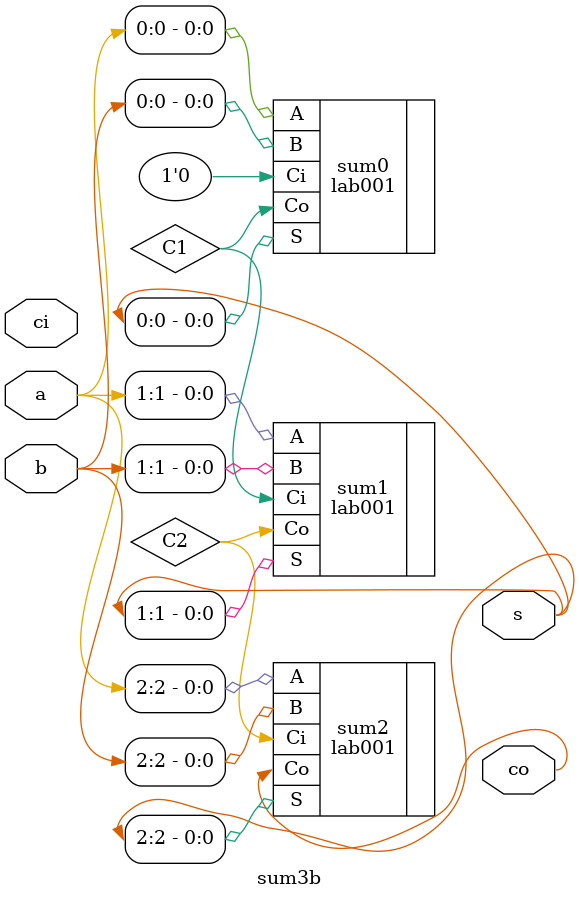
<source format=v>


module sum3b(a, b, ci, s, co);

input [2:0] a;
input [2:0] b;
input ci;
output [2:0] s;
output co;

wire C1, C2;

lab001 sum0 (.A(a[0]), .B(b[0]), .Ci(1'b0), .S(s[0]), .Co(C1));
lab001 sum1 (.A(a[1]), .B(b[1]), .Ci(C1), .S(s[1]), .Co(C2));
lab001 sum2 (.A(a[2]), .B(b[2]), .Ci(C2), .S(s[2]), .Co(co));

endmodule

</source>
